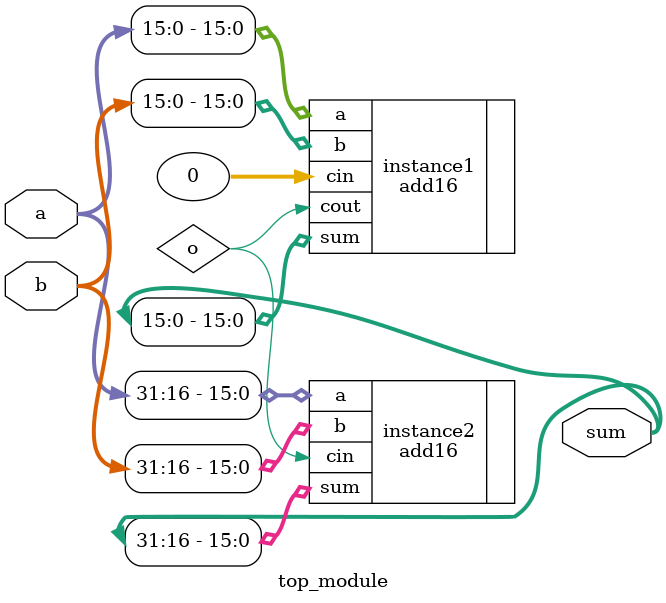
<source format=v>
module top_module(
    input [31:0] a,
    input [31:0] b,
    output [31:0] sum
);
    
    wire o;
    add16 instance1(.a(a[15:0]), .b(b[15:0]), .cin(0), .cout(o), .sum(sum[15:0]));
    add16 instance2(.a(a[31:16]), .b(b[31:16]), .cin(o), .sum(sum[31:16]));

endmodule

</source>
